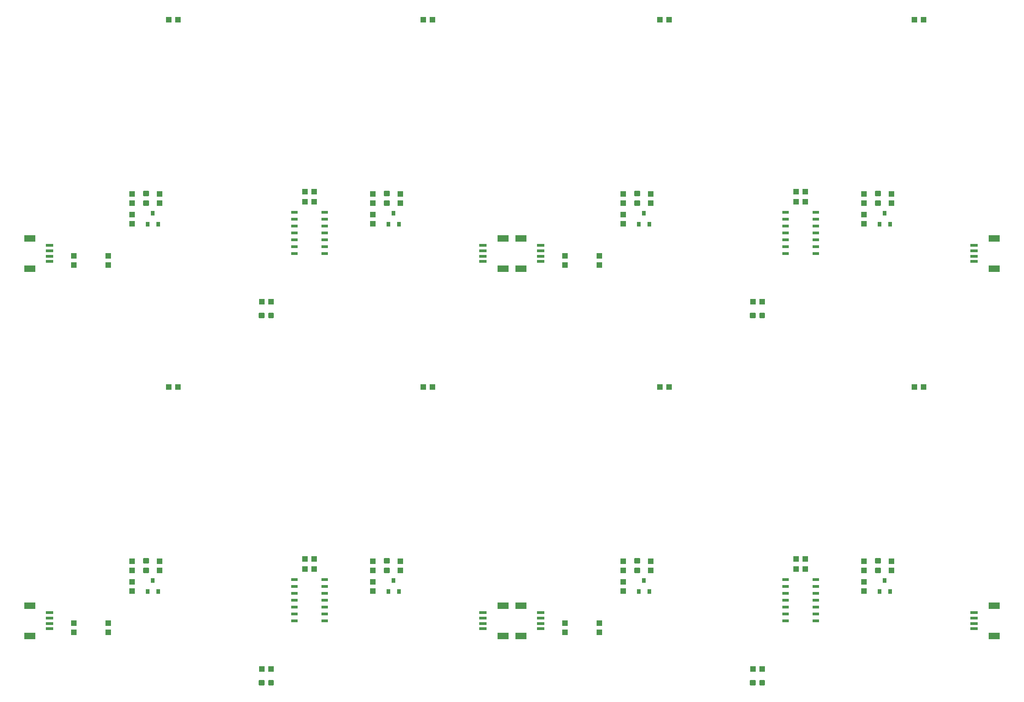
<source format=gtp>
G04 EAGLE Gerber RS-274X export*
G75*
%MOMM*%
%FSLAX34Y34*%
%LPD*%
%INSolderpaste Top*%
%IPPOS*%
%AMOC8*
5,1,8,0,0,1.08239X$1,22.5*%
G01*
%ADD10R,1.100000X1.000000*%
%ADD11C,0.300000*%
%ADD12R,2.000000X1.200000*%
%ADD13R,1.350000X0.600000*%
%ADD14R,0.800000X0.900000*%
%ADD15R,1.000000X1.100000*%
%ADD16R,1.200000X0.600000*%


D10*
X522350Y222250D03*
X539350Y222250D03*
D11*
X232100Y223330D02*
X225100Y223330D01*
X232100Y223330D02*
X232100Y216330D01*
X225100Y216330D01*
X225100Y223330D01*
X225100Y219180D02*
X232100Y219180D01*
X232100Y222030D02*
X225100Y222030D01*
X225100Y240870D02*
X232100Y240870D01*
X232100Y233870D01*
X225100Y233870D01*
X225100Y240870D01*
X225100Y236720D02*
X232100Y236720D01*
X232100Y239570D02*
X225100Y239570D01*
X456120Y16200D02*
X456120Y9200D01*
X456120Y16200D02*
X463120Y16200D01*
X463120Y9200D01*
X456120Y9200D01*
X456120Y12050D02*
X463120Y12050D01*
X463120Y14900D02*
X456120Y14900D01*
X438580Y16200D02*
X438580Y9200D01*
X438580Y16200D02*
X445580Y16200D01*
X445580Y9200D01*
X438580Y9200D01*
X438580Y12050D02*
X445580Y12050D01*
X445580Y14900D02*
X438580Y14900D01*
X669600Y223330D02*
X676600Y223330D01*
X676600Y216330D01*
X669600Y216330D01*
X669600Y223330D01*
X669600Y219180D02*
X676600Y219180D01*
X676600Y222030D02*
X669600Y222030D01*
X669600Y240870D02*
X676600Y240870D01*
X676600Y233870D01*
X669600Y233870D01*
X669600Y240870D01*
X669600Y236720D02*
X676600Y236720D01*
X676600Y239570D02*
X669600Y239570D01*
D12*
X887650Y99000D03*
X887650Y155000D03*
D13*
X850900Y112000D03*
X850900Y122000D03*
X850900Y132000D03*
X850900Y142000D03*
D12*
X14050Y155000D03*
X14050Y99000D03*
D13*
X50800Y142000D03*
X50800Y132000D03*
X50800Y122000D03*
X50800Y112000D03*
D14*
X231800Y180500D03*
X250800Y180500D03*
X241300Y201500D03*
X676300Y180500D03*
X695300Y180500D03*
X685800Y201500D03*
D15*
X203200Y237100D03*
X203200Y220100D03*
D10*
X459350Y38100D03*
X442350Y38100D03*
X522350Y241300D03*
X539350Y241300D03*
D15*
X254000Y220100D03*
X254000Y237100D03*
X203200Y182000D03*
X203200Y199000D03*
X647700Y237100D03*
X647700Y220100D03*
X698500Y237100D03*
X698500Y220100D03*
X647700Y182000D03*
X647700Y199000D03*
D16*
X502850Y203200D03*
X502850Y190500D03*
X502850Y177800D03*
X502850Y165100D03*
X502850Y152400D03*
X502850Y139700D03*
X502850Y127000D03*
X558850Y127000D03*
X558850Y139700D03*
X558850Y152400D03*
X558850Y165100D03*
X558850Y177800D03*
X558850Y190500D03*
X558850Y203200D03*
D15*
X95250Y122800D03*
X95250Y105800D03*
X158750Y122800D03*
X158750Y105800D03*
D10*
X270900Y558800D03*
X287900Y558800D03*
X740800Y558800D03*
X757800Y558800D03*
X1429130Y222250D03*
X1446130Y222250D03*
D11*
X1138880Y223330D02*
X1131880Y223330D01*
X1138880Y223330D02*
X1138880Y216330D01*
X1131880Y216330D01*
X1131880Y223330D01*
X1131880Y219180D02*
X1138880Y219180D01*
X1138880Y222030D02*
X1131880Y222030D01*
X1131880Y240870D02*
X1138880Y240870D01*
X1138880Y233870D01*
X1131880Y233870D01*
X1131880Y240870D01*
X1131880Y236720D02*
X1138880Y236720D01*
X1138880Y239570D02*
X1131880Y239570D01*
X1362900Y16200D02*
X1362900Y9200D01*
X1362900Y16200D02*
X1369900Y16200D01*
X1369900Y9200D01*
X1362900Y9200D01*
X1362900Y12050D02*
X1369900Y12050D01*
X1369900Y14900D02*
X1362900Y14900D01*
X1345360Y16200D02*
X1345360Y9200D01*
X1345360Y16200D02*
X1352360Y16200D01*
X1352360Y9200D01*
X1345360Y9200D01*
X1345360Y12050D02*
X1352360Y12050D01*
X1352360Y14900D02*
X1345360Y14900D01*
X1576380Y223330D02*
X1583380Y223330D01*
X1583380Y216330D01*
X1576380Y216330D01*
X1576380Y223330D01*
X1576380Y219180D02*
X1583380Y219180D01*
X1583380Y222030D02*
X1576380Y222030D01*
X1576380Y240870D02*
X1583380Y240870D01*
X1583380Y233870D01*
X1576380Y233870D01*
X1576380Y240870D01*
X1576380Y236720D02*
X1583380Y236720D01*
X1583380Y239570D02*
X1576380Y239570D01*
D12*
X1794430Y99000D03*
X1794430Y155000D03*
D13*
X1757680Y112000D03*
X1757680Y122000D03*
X1757680Y132000D03*
X1757680Y142000D03*
D12*
X920830Y155000D03*
X920830Y99000D03*
D13*
X957580Y142000D03*
X957580Y132000D03*
X957580Y122000D03*
X957580Y112000D03*
D14*
X1138580Y180500D03*
X1157580Y180500D03*
X1148080Y201500D03*
X1583080Y180500D03*
X1602080Y180500D03*
X1592580Y201500D03*
D15*
X1109980Y237100D03*
X1109980Y220100D03*
D10*
X1366130Y38100D03*
X1349130Y38100D03*
X1429130Y241300D03*
X1446130Y241300D03*
D15*
X1160780Y220100D03*
X1160780Y237100D03*
X1109980Y182000D03*
X1109980Y199000D03*
X1554480Y237100D03*
X1554480Y220100D03*
X1605280Y237100D03*
X1605280Y220100D03*
X1554480Y182000D03*
X1554480Y199000D03*
D16*
X1409630Y203200D03*
X1409630Y190500D03*
X1409630Y177800D03*
X1409630Y165100D03*
X1409630Y152400D03*
X1409630Y139700D03*
X1409630Y127000D03*
X1465630Y127000D03*
X1465630Y139700D03*
X1465630Y152400D03*
X1465630Y165100D03*
X1465630Y177800D03*
X1465630Y190500D03*
X1465630Y203200D03*
D15*
X1002030Y122800D03*
X1002030Y105800D03*
X1065530Y122800D03*
X1065530Y105800D03*
D10*
X1177680Y558800D03*
X1194680Y558800D03*
X1647580Y558800D03*
X1664580Y558800D03*
X522350Y900430D03*
X539350Y900430D03*
D11*
X232100Y901510D02*
X225100Y901510D01*
X232100Y901510D02*
X232100Y894510D01*
X225100Y894510D01*
X225100Y901510D01*
X225100Y897360D02*
X232100Y897360D01*
X232100Y900210D02*
X225100Y900210D01*
X225100Y919050D02*
X232100Y919050D01*
X232100Y912050D01*
X225100Y912050D01*
X225100Y919050D01*
X225100Y914900D02*
X232100Y914900D01*
X232100Y917750D02*
X225100Y917750D01*
X456120Y694380D02*
X456120Y687380D01*
X456120Y694380D02*
X463120Y694380D01*
X463120Y687380D01*
X456120Y687380D01*
X456120Y690230D02*
X463120Y690230D01*
X463120Y693080D02*
X456120Y693080D01*
X438580Y694380D02*
X438580Y687380D01*
X438580Y694380D02*
X445580Y694380D01*
X445580Y687380D01*
X438580Y687380D01*
X438580Y690230D02*
X445580Y690230D01*
X445580Y693080D02*
X438580Y693080D01*
X669600Y901510D02*
X676600Y901510D01*
X676600Y894510D01*
X669600Y894510D01*
X669600Y901510D01*
X669600Y897360D02*
X676600Y897360D01*
X676600Y900210D02*
X669600Y900210D01*
X669600Y919050D02*
X676600Y919050D01*
X676600Y912050D01*
X669600Y912050D01*
X669600Y919050D01*
X669600Y914900D02*
X676600Y914900D01*
X676600Y917750D02*
X669600Y917750D01*
D12*
X887650Y777180D03*
X887650Y833180D03*
D13*
X850900Y790180D03*
X850900Y800180D03*
X850900Y810180D03*
X850900Y820180D03*
D12*
X14050Y833180D03*
X14050Y777180D03*
D13*
X50800Y820180D03*
X50800Y810180D03*
X50800Y800180D03*
X50800Y790180D03*
D14*
X231800Y858680D03*
X250800Y858680D03*
X241300Y879680D03*
X676300Y858680D03*
X695300Y858680D03*
X685800Y879680D03*
D15*
X203200Y915280D03*
X203200Y898280D03*
D10*
X459350Y716280D03*
X442350Y716280D03*
X522350Y919480D03*
X539350Y919480D03*
D15*
X254000Y898280D03*
X254000Y915280D03*
X203200Y860180D03*
X203200Y877180D03*
X647700Y915280D03*
X647700Y898280D03*
X698500Y915280D03*
X698500Y898280D03*
X647700Y860180D03*
X647700Y877180D03*
D16*
X502850Y881380D03*
X502850Y868680D03*
X502850Y855980D03*
X502850Y843280D03*
X502850Y830580D03*
X502850Y817880D03*
X502850Y805180D03*
X558850Y805180D03*
X558850Y817880D03*
X558850Y830580D03*
X558850Y843280D03*
X558850Y855980D03*
X558850Y868680D03*
X558850Y881380D03*
D15*
X95250Y800980D03*
X95250Y783980D03*
X158750Y800980D03*
X158750Y783980D03*
D10*
X270900Y1236980D03*
X287900Y1236980D03*
X740800Y1236980D03*
X757800Y1236980D03*
X1429130Y900430D03*
X1446130Y900430D03*
D11*
X1138880Y901510D02*
X1131880Y901510D01*
X1138880Y901510D02*
X1138880Y894510D01*
X1131880Y894510D01*
X1131880Y901510D01*
X1131880Y897360D02*
X1138880Y897360D01*
X1138880Y900210D02*
X1131880Y900210D01*
X1131880Y919050D02*
X1138880Y919050D01*
X1138880Y912050D01*
X1131880Y912050D01*
X1131880Y919050D01*
X1131880Y914900D02*
X1138880Y914900D01*
X1138880Y917750D02*
X1131880Y917750D01*
X1362900Y694380D02*
X1362900Y687380D01*
X1362900Y694380D02*
X1369900Y694380D01*
X1369900Y687380D01*
X1362900Y687380D01*
X1362900Y690230D02*
X1369900Y690230D01*
X1369900Y693080D02*
X1362900Y693080D01*
X1345360Y694380D02*
X1345360Y687380D01*
X1345360Y694380D02*
X1352360Y694380D01*
X1352360Y687380D01*
X1345360Y687380D01*
X1345360Y690230D02*
X1352360Y690230D01*
X1352360Y693080D02*
X1345360Y693080D01*
X1576380Y901510D02*
X1583380Y901510D01*
X1583380Y894510D01*
X1576380Y894510D01*
X1576380Y901510D01*
X1576380Y897360D02*
X1583380Y897360D01*
X1583380Y900210D02*
X1576380Y900210D01*
X1576380Y919050D02*
X1583380Y919050D01*
X1583380Y912050D01*
X1576380Y912050D01*
X1576380Y919050D01*
X1576380Y914900D02*
X1583380Y914900D01*
X1583380Y917750D02*
X1576380Y917750D01*
D12*
X1794430Y777180D03*
X1794430Y833180D03*
D13*
X1757680Y790180D03*
X1757680Y800180D03*
X1757680Y810180D03*
X1757680Y820180D03*
D12*
X920830Y833180D03*
X920830Y777180D03*
D13*
X957580Y820180D03*
X957580Y810180D03*
X957580Y800180D03*
X957580Y790180D03*
D14*
X1138580Y858680D03*
X1157580Y858680D03*
X1148080Y879680D03*
X1583080Y858680D03*
X1602080Y858680D03*
X1592580Y879680D03*
D15*
X1109980Y915280D03*
X1109980Y898280D03*
D10*
X1366130Y716280D03*
X1349130Y716280D03*
X1429130Y919480D03*
X1446130Y919480D03*
D15*
X1160780Y898280D03*
X1160780Y915280D03*
X1109980Y860180D03*
X1109980Y877180D03*
X1554480Y915280D03*
X1554480Y898280D03*
X1605280Y915280D03*
X1605280Y898280D03*
X1554480Y860180D03*
X1554480Y877180D03*
D16*
X1409630Y881380D03*
X1409630Y868680D03*
X1409630Y855980D03*
X1409630Y843280D03*
X1409630Y830580D03*
X1409630Y817880D03*
X1409630Y805180D03*
X1465630Y805180D03*
X1465630Y817880D03*
X1465630Y830580D03*
X1465630Y843280D03*
X1465630Y855980D03*
X1465630Y868680D03*
X1465630Y881380D03*
D15*
X1002030Y800980D03*
X1002030Y783980D03*
X1065530Y800980D03*
X1065530Y783980D03*
D10*
X1177680Y1236980D03*
X1194680Y1236980D03*
X1647580Y1236980D03*
X1664580Y1236980D03*
M02*

</source>
